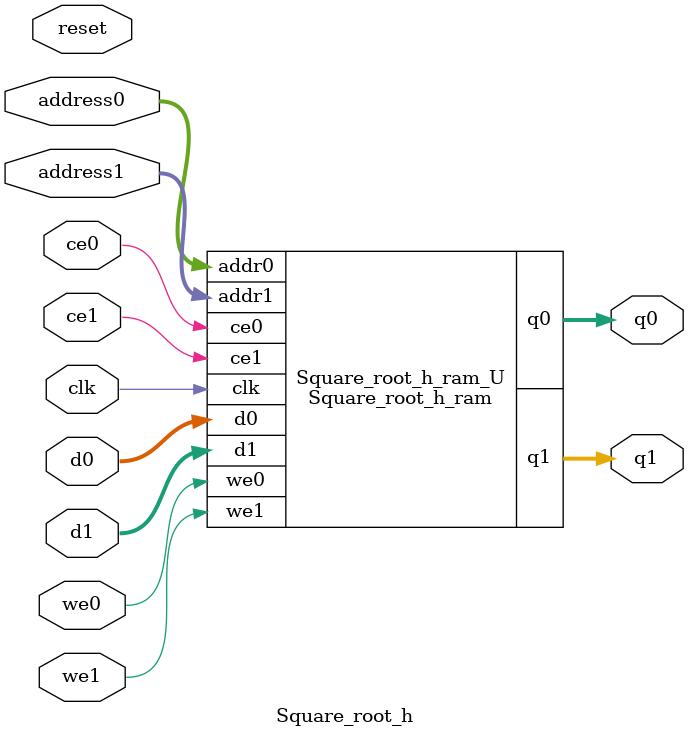
<source format=v>

`timescale 1 ns / 1 ps
module Square_root_h_ram (addr0, ce0, d0, we0, q0, addr1, ce1, d1, we1, q1,  clk);

parameter DWIDTH = 8;
parameter AWIDTH = 7;
parameter MEM_SIZE = 100;

input[AWIDTH-1:0] addr0;
input ce0;
input[DWIDTH-1:0] d0;
input we0;
output reg[DWIDTH-1:0] q0;
input[AWIDTH-1:0] addr1;
input ce1;
input[DWIDTH-1:0] d1;
input we1;
output reg[DWIDTH-1:0] q1;
input clk;

(* ram_style = "block" *)reg [DWIDTH-1:0] ram[MEM_SIZE-1:0];




always @(posedge clk)  
begin 
    if (ce0) 
    begin
        if (we0) 
        begin 
            ram[addr0] <= d0; 
            q0 <= d0;
        end 
        else 
            q0 <= ram[addr0];
    end
end


always @(posedge clk)  
begin 
    if (ce1) 
    begin
        if (we1) 
        begin 
            ram[addr1] <= d1; 
            q1 <= d1;
        end 
        else 
            q1 <= ram[addr1];
    end
end


endmodule


`timescale 1 ns / 1 ps
module Square_root_h(
    reset,
    clk,
    address0,
    ce0,
    we0,
    d0,
    q0,
    address1,
    ce1,
    we1,
    d1,
    q1);

parameter DataWidth = 32'd8;
parameter AddressRange = 32'd100;
parameter AddressWidth = 32'd7;
input reset;
input clk;
input[AddressWidth - 1:0] address0;
input ce0;
input we0;
input[DataWidth - 1:0] d0;
output[DataWidth - 1:0] q0;
input[AddressWidth - 1:0] address1;
input ce1;
input we1;
input[DataWidth - 1:0] d1;
output[DataWidth - 1:0] q1;



Square_root_h_ram Square_root_h_ram_U(
    .clk( clk ),
    .addr0( address0 ),
    .ce0( ce0 ),
    .d0( d0 ),
    .we0( we0 ),
    .q0( q0 ),
    .addr1( address1 ),
    .ce1( ce1 ),
    .d1( d1 ),
    .we1( we1 ),
    .q1( q1 ));

endmodule


</source>
